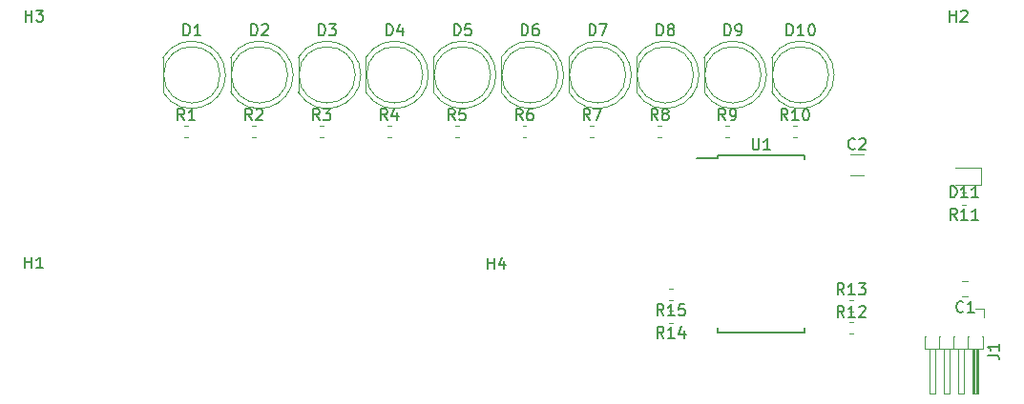
<source format=gto>
G04 #@! TF.GenerationSoftware,KiCad,Pcbnew,5.0.1*
G04 #@! TF.CreationDate,2019-01-16T19:10:27-05:00*
G04 #@! TF.ProjectId,LED PCB,4C4544205043422E6B696361645F7063,rev?*
G04 #@! TF.SameCoordinates,Original*
G04 #@! TF.FileFunction,Legend,Top*
G04 #@! TF.FilePolarity,Positive*
%FSLAX46Y46*%
G04 Gerber Fmt 4.6, Leading zero omitted, Abs format (unit mm)*
G04 Created by KiCad (PCBNEW 5.0.1) date Wed 16 Jan 2019 07:10:27 PM EST*
%MOMM*%
%LPD*%
G01*
G04 APERTURE LIST*
%ADD10C,0.150000*%
%ADD11C,0.120000*%
G04 APERTURE END LIST*
D10*
G04 #@! TO.C,U1*
X64625000Y-12125000D02*
X64625000Y-12400000D01*
X72375000Y-12125000D02*
X72375000Y-12490000D01*
X72375000Y-27875000D02*
X72375000Y-27510000D01*
X64625000Y-27875000D02*
X64625000Y-27510000D01*
X64625000Y-12125000D02*
X72375000Y-12125000D01*
X64625000Y-27875000D02*
X72375000Y-27875000D01*
X64625000Y-12400000D02*
X62800000Y-12400000D01*
D11*
G04 #@! TO.C,R15*
X60662779Y-25010000D02*
X60337221Y-25010000D01*
X60662779Y-23990000D02*
X60337221Y-23990000D01*
G04 #@! TO.C,R2*
X23337221Y-10510000D02*
X23662779Y-10510000D01*
X23337221Y-9490000D02*
X23662779Y-9490000D01*
G04 #@! TO.C,R1*
X17337221Y-9490000D02*
X17662779Y-9490000D01*
X17337221Y-10510000D02*
X17662779Y-10510000D01*
G04 #@! TO.C,R3*
X29337221Y-10510000D02*
X29662779Y-10510000D01*
X29337221Y-9490000D02*
X29662779Y-9490000D01*
G04 #@! TO.C,R4*
X35337221Y-9490000D02*
X35662779Y-9490000D01*
X35337221Y-10510000D02*
X35662779Y-10510000D01*
G04 #@! TO.C,R5*
X41337221Y-10510000D02*
X41662779Y-10510000D01*
X41337221Y-9490000D02*
X41662779Y-9490000D01*
G04 #@! TO.C,R6*
X47337221Y-9490000D02*
X47662779Y-9490000D01*
X47337221Y-10510000D02*
X47662779Y-10510000D01*
G04 #@! TO.C,R7*
X53337221Y-10510000D02*
X53662779Y-10510000D01*
X53337221Y-9490000D02*
X53662779Y-9490000D01*
G04 #@! TO.C,R8*
X59337221Y-9490000D02*
X59662779Y-9490000D01*
X59337221Y-10510000D02*
X59662779Y-10510000D01*
G04 #@! TO.C,R9*
X65337221Y-10510000D02*
X65662779Y-10510000D01*
X65337221Y-9490000D02*
X65662779Y-9490000D01*
G04 #@! TO.C,R10*
X71337221Y-9490000D02*
X71662779Y-9490000D01*
X71337221Y-10510000D02*
X71662779Y-10510000D01*
G04 #@! TO.C,R11*
X86662779Y-15490000D02*
X86337221Y-15490000D01*
X86662779Y-16510000D02*
X86337221Y-16510000D01*
G04 #@! TO.C,R12*
X76337221Y-26990000D02*
X76662779Y-26990000D01*
X76337221Y-28010000D02*
X76662779Y-28010000D01*
G04 #@! TO.C,R13*
X76337221Y-26010000D02*
X76662779Y-26010000D01*
X76337221Y-24990000D02*
X76662779Y-24990000D01*
G04 #@! TO.C,R14*
X60662779Y-27010000D02*
X60337221Y-27010000D01*
X60662779Y-25990000D02*
X60337221Y-25990000D01*
G04 #@! TO.C,C1*
X86853578Y-24710000D02*
X86336422Y-24710000D01*
X86853578Y-23290000D02*
X86336422Y-23290000D01*
G04 #@! TO.C,C2*
X76397936Y-12090000D02*
X77602064Y-12090000D01*
X76397936Y-13910000D02*
X77602064Y-13910000D01*
G04 #@! TO.C,D11*
X85700000Y-14735000D02*
X87985000Y-14735000D01*
X87985000Y-14735000D02*
X87985000Y-13265000D01*
X87985000Y-13265000D02*
X85700000Y-13265000D01*
G04 #@! TO.C,D5*
X44985000Y-4999538D02*
G75*
G02X39435000Y-6544830I-2990000J-462D01*
G01*
X44985000Y-5000462D02*
G75*
G03X39435000Y-3455170I-2990000J462D01*
G01*
X44495000Y-5000000D02*
G75*
G03X44495000Y-5000000I-2500000J0D01*
G01*
X39435000Y-3455000D02*
X39435000Y-6545000D01*
G04 #@! TO.C,J1*
X88119677Y-28210000D02*
X88195000Y-28210000D01*
X88195000Y-28210000D02*
X88195000Y-29330000D01*
X88195000Y-29330000D02*
X82995000Y-29330000D01*
X82995000Y-29330000D02*
X82995000Y-28210000D01*
X82995000Y-28210000D02*
X83070323Y-28210000D01*
X87760000Y-29330000D02*
X87760000Y-33330000D01*
X87760000Y-33330000D02*
X87240000Y-33330000D01*
X87240000Y-33330000D02*
X87240000Y-29330000D01*
X87700000Y-29330000D02*
X87700000Y-33330000D01*
X87580000Y-29330000D02*
X87580000Y-33330000D01*
X87460000Y-29330000D02*
X87460000Y-33330000D01*
X87340000Y-29330000D02*
X87340000Y-33330000D01*
X86865000Y-28210000D02*
X86865000Y-29330000D01*
X86880323Y-28210000D02*
X86849677Y-28210000D01*
X86490000Y-29330000D02*
X86490000Y-33330000D01*
X86490000Y-33330000D02*
X85970000Y-33330000D01*
X85970000Y-33330000D02*
X85970000Y-29330000D01*
X85595000Y-28210000D02*
X85595000Y-29330000D01*
X85610323Y-28210000D02*
X85579677Y-28210000D01*
X85220000Y-29330000D02*
X85220000Y-33330000D01*
X85220000Y-33330000D02*
X84700000Y-33330000D01*
X84700000Y-33330000D02*
X84700000Y-29330000D01*
X84325000Y-28210000D02*
X84325000Y-29330000D01*
X84340323Y-28210000D02*
X84309677Y-28210000D01*
X83950000Y-29330000D02*
X83950000Y-33330000D01*
X83950000Y-33330000D02*
X83430000Y-33330000D01*
X83430000Y-33330000D02*
X83430000Y-29330000D01*
X87500000Y-25740000D02*
X88260000Y-25740000D01*
X88260000Y-25740000D02*
X88260000Y-26500000D01*
G04 #@! TO.C,D2*
X26985000Y-4999538D02*
G75*
G02X21435000Y-6544830I-2990000J-462D01*
G01*
X26985000Y-5000462D02*
G75*
G03X21435000Y-3455170I-2990000J462D01*
G01*
X26495000Y-5000000D02*
G75*
G03X26495000Y-5000000I-2500000J0D01*
G01*
X21435000Y-3455000D02*
X21435000Y-6545000D01*
G04 #@! TO.C,D3*
X27435000Y-3455000D02*
X27435000Y-6545000D01*
X32495000Y-5000000D02*
G75*
G03X32495000Y-5000000I-2500000J0D01*
G01*
X32985000Y-5000462D02*
G75*
G03X27435000Y-3455170I-2990000J462D01*
G01*
X32985000Y-4999538D02*
G75*
G02X27435000Y-6544830I-2990000J-462D01*
G01*
G04 #@! TO.C,D4*
X38985000Y-4999538D02*
G75*
G02X33435000Y-6544830I-2990000J-462D01*
G01*
X38985000Y-5000462D02*
G75*
G03X33435000Y-3455170I-2990000J462D01*
G01*
X38495000Y-5000000D02*
G75*
G03X38495000Y-5000000I-2500000J0D01*
G01*
X33435000Y-3455000D02*
X33435000Y-6545000D01*
G04 #@! TO.C,D6*
X50985000Y-4999538D02*
G75*
G02X45435000Y-6544830I-2990000J-462D01*
G01*
X50985000Y-5000462D02*
G75*
G03X45435000Y-3455170I-2990000J462D01*
G01*
X50495000Y-5000000D02*
G75*
G03X50495000Y-5000000I-2500000J0D01*
G01*
X45435000Y-3455000D02*
X45435000Y-6545000D01*
G04 #@! TO.C,D7*
X51435000Y-3455000D02*
X51435000Y-6545000D01*
X56495000Y-5000000D02*
G75*
G03X56495000Y-5000000I-2500000J0D01*
G01*
X56985000Y-5000462D02*
G75*
G03X51435000Y-3455170I-2990000J462D01*
G01*
X56985000Y-4999538D02*
G75*
G02X51435000Y-6544830I-2990000J-462D01*
G01*
G04 #@! TO.C,D8*
X62985000Y-4999538D02*
G75*
G02X57435000Y-6544830I-2990000J-462D01*
G01*
X62985000Y-5000462D02*
G75*
G03X57435000Y-3455170I-2990000J462D01*
G01*
X62495000Y-5000000D02*
G75*
G03X62495000Y-5000000I-2500000J0D01*
G01*
X57435000Y-3455000D02*
X57435000Y-6545000D01*
G04 #@! TO.C,D9*
X63435000Y-3455000D02*
X63435000Y-6545000D01*
X68495000Y-5000000D02*
G75*
G03X68495000Y-5000000I-2500000J0D01*
G01*
X68985000Y-5000462D02*
G75*
G03X63435000Y-3455170I-2990000J462D01*
G01*
X68985000Y-4999538D02*
G75*
G02X63435000Y-6544830I-2990000J-462D01*
G01*
G04 #@! TO.C,D10*
X74985000Y-4999538D02*
G75*
G02X69435000Y-6544830I-2990000J-462D01*
G01*
X74985000Y-5000462D02*
G75*
G03X69435000Y-3455170I-2990000J462D01*
G01*
X74495000Y-5000000D02*
G75*
G03X74495000Y-5000000I-2500000J0D01*
G01*
X69435000Y-3455000D02*
X69435000Y-6545000D01*
G04 #@! TO.C,D1*
X15435000Y-3455000D02*
X15435000Y-6545000D01*
X20495000Y-5000000D02*
G75*
G03X20495000Y-5000000I-2500000J0D01*
G01*
X20985000Y-5000462D02*
G75*
G03X15435000Y-3455170I-2990000J462D01*
G01*
X20985000Y-4999538D02*
G75*
G02X15435000Y-6544830I-2990000J-462D01*
G01*
G04 #@! TO.C,H4*
D10*
X44238095Y-22252380D02*
X44238095Y-21252380D01*
X44238095Y-21728571D02*
X44809523Y-21728571D01*
X44809523Y-22252380D02*
X44809523Y-21252380D01*
X45714285Y-21585714D02*
X45714285Y-22252380D01*
X45476190Y-21204761D02*
X45238095Y-21919047D01*
X45857142Y-21919047D01*
G04 #@! TO.C,H2*
X85238095Y-252380D02*
X85238095Y747619D01*
X85238095Y271428D02*
X85809523Y271428D01*
X85809523Y-252380D02*
X85809523Y747619D01*
X86238095Y652380D02*
X86285714Y700000D01*
X86380952Y747619D01*
X86619047Y747619D01*
X86714285Y700000D01*
X86761904Y652380D01*
X86809523Y557142D01*
X86809523Y461904D01*
X86761904Y319047D01*
X86190476Y-252380D01*
X86809523Y-252380D01*
G04 #@! TO.C,H1*
X3213096Y-22177381D02*
X3213096Y-21177381D01*
X3213096Y-21653572D02*
X3784524Y-21653572D01*
X3784524Y-22177381D02*
X3784524Y-21177381D01*
X4784524Y-22177381D02*
X4213096Y-22177381D01*
X4498810Y-22177381D02*
X4498810Y-21177381D01*
X4403572Y-21320239D01*
X4308334Y-21415477D01*
X4213096Y-21463096D01*
G04 #@! TO.C,H3*
X3238095Y-252380D02*
X3238095Y747619D01*
X3238095Y271428D02*
X3809523Y271428D01*
X3809523Y-252380D02*
X3809523Y747619D01*
X4190476Y747619D02*
X4809523Y747619D01*
X4476190Y366666D01*
X4619047Y366666D01*
X4714285Y319047D01*
X4761904Y271428D01*
X4809523Y176190D01*
X4809523Y-61904D01*
X4761904Y-157142D01*
X4714285Y-204761D01*
X4619047Y-252380D01*
X4333333Y-252380D01*
X4238095Y-204761D01*
X4190476Y-157142D01*
G04 #@! TO.C,U1*
X67738095Y-10652380D02*
X67738095Y-11461904D01*
X67785714Y-11557142D01*
X67833333Y-11604761D01*
X67928571Y-11652380D01*
X68119047Y-11652380D01*
X68214285Y-11604761D01*
X68261904Y-11557142D01*
X68309523Y-11461904D01*
X68309523Y-10652380D01*
X69309523Y-11652380D02*
X68738095Y-11652380D01*
X69023809Y-11652380D02*
X69023809Y-10652380D01*
X68928571Y-10795238D01*
X68833333Y-10890476D01*
X68738095Y-10938095D01*
G04 #@! TO.C,R15*
X59857142Y-26382380D02*
X59523809Y-25906190D01*
X59285714Y-26382380D02*
X59285714Y-25382380D01*
X59666666Y-25382380D01*
X59761904Y-25430000D01*
X59809523Y-25477619D01*
X59857142Y-25572857D01*
X59857142Y-25715714D01*
X59809523Y-25810952D01*
X59761904Y-25858571D01*
X59666666Y-25906190D01*
X59285714Y-25906190D01*
X60809523Y-26382380D02*
X60238095Y-26382380D01*
X60523809Y-26382380D02*
X60523809Y-25382380D01*
X60428571Y-25525238D01*
X60333333Y-25620476D01*
X60238095Y-25668095D01*
X61714285Y-25382380D02*
X61238095Y-25382380D01*
X61190476Y-25858571D01*
X61238095Y-25810952D01*
X61333333Y-25763333D01*
X61571428Y-25763333D01*
X61666666Y-25810952D01*
X61714285Y-25858571D01*
X61761904Y-25953809D01*
X61761904Y-26191904D01*
X61714285Y-26287142D01*
X61666666Y-26334761D01*
X61571428Y-26382380D01*
X61333333Y-26382380D01*
X61238095Y-26334761D01*
X61190476Y-26287142D01*
G04 #@! TO.C,R2*
X23333333Y-9022380D02*
X23000000Y-8546190D01*
X22761904Y-9022380D02*
X22761904Y-8022380D01*
X23142857Y-8022380D01*
X23238095Y-8070000D01*
X23285714Y-8117619D01*
X23333333Y-8212857D01*
X23333333Y-8355714D01*
X23285714Y-8450952D01*
X23238095Y-8498571D01*
X23142857Y-8546190D01*
X22761904Y-8546190D01*
X23714285Y-8117619D02*
X23761904Y-8070000D01*
X23857142Y-8022380D01*
X24095238Y-8022380D01*
X24190476Y-8070000D01*
X24238095Y-8117619D01*
X24285714Y-8212857D01*
X24285714Y-8308095D01*
X24238095Y-8450952D01*
X23666666Y-9022380D01*
X24285714Y-9022380D01*
G04 #@! TO.C,R1*
X17333333Y-9022380D02*
X17000000Y-8546190D01*
X16761904Y-9022380D02*
X16761904Y-8022380D01*
X17142857Y-8022380D01*
X17238095Y-8070000D01*
X17285714Y-8117619D01*
X17333333Y-8212857D01*
X17333333Y-8355714D01*
X17285714Y-8450952D01*
X17238095Y-8498571D01*
X17142857Y-8546190D01*
X16761904Y-8546190D01*
X18285714Y-9022380D02*
X17714285Y-9022380D01*
X18000000Y-9022380D02*
X18000000Y-8022380D01*
X17904761Y-8165238D01*
X17809523Y-8260476D01*
X17714285Y-8308095D01*
G04 #@! TO.C,R3*
X29333333Y-9022380D02*
X29000000Y-8546190D01*
X28761904Y-9022380D02*
X28761904Y-8022380D01*
X29142857Y-8022380D01*
X29238095Y-8070000D01*
X29285714Y-8117619D01*
X29333333Y-8212857D01*
X29333333Y-8355714D01*
X29285714Y-8450952D01*
X29238095Y-8498571D01*
X29142857Y-8546190D01*
X28761904Y-8546190D01*
X29666666Y-8022380D02*
X30285714Y-8022380D01*
X29952380Y-8403333D01*
X30095238Y-8403333D01*
X30190476Y-8450952D01*
X30238095Y-8498571D01*
X30285714Y-8593809D01*
X30285714Y-8831904D01*
X30238095Y-8927142D01*
X30190476Y-8974761D01*
X30095238Y-9022380D01*
X29809523Y-9022380D01*
X29714285Y-8974761D01*
X29666666Y-8927142D01*
G04 #@! TO.C,R4*
X35333333Y-9022380D02*
X35000000Y-8546190D01*
X34761904Y-9022380D02*
X34761904Y-8022380D01*
X35142857Y-8022380D01*
X35238095Y-8070000D01*
X35285714Y-8117619D01*
X35333333Y-8212857D01*
X35333333Y-8355714D01*
X35285714Y-8450952D01*
X35238095Y-8498571D01*
X35142857Y-8546190D01*
X34761904Y-8546190D01*
X36190476Y-8355714D02*
X36190476Y-9022380D01*
X35952380Y-7974761D02*
X35714285Y-8689047D01*
X36333333Y-8689047D01*
G04 #@! TO.C,R5*
X41333333Y-9022380D02*
X41000000Y-8546190D01*
X40761904Y-9022380D02*
X40761904Y-8022380D01*
X41142857Y-8022380D01*
X41238095Y-8070000D01*
X41285714Y-8117619D01*
X41333333Y-8212857D01*
X41333333Y-8355714D01*
X41285714Y-8450952D01*
X41238095Y-8498571D01*
X41142857Y-8546190D01*
X40761904Y-8546190D01*
X42238095Y-8022380D02*
X41761904Y-8022380D01*
X41714285Y-8498571D01*
X41761904Y-8450952D01*
X41857142Y-8403333D01*
X42095238Y-8403333D01*
X42190476Y-8450952D01*
X42238095Y-8498571D01*
X42285714Y-8593809D01*
X42285714Y-8831904D01*
X42238095Y-8927142D01*
X42190476Y-8974761D01*
X42095238Y-9022380D01*
X41857142Y-9022380D01*
X41761904Y-8974761D01*
X41714285Y-8927142D01*
G04 #@! TO.C,R6*
X47333333Y-9022380D02*
X47000000Y-8546190D01*
X46761904Y-9022380D02*
X46761904Y-8022380D01*
X47142857Y-8022380D01*
X47238095Y-8070000D01*
X47285714Y-8117619D01*
X47333333Y-8212857D01*
X47333333Y-8355714D01*
X47285714Y-8450952D01*
X47238095Y-8498571D01*
X47142857Y-8546190D01*
X46761904Y-8546190D01*
X48190476Y-8022380D02*
X48000000Y-8022380D01*
X47904761Y-8070000D01*
X47857142Y-8117619D01*
X47761904Y-8260476D01*
X47714285Y-8450952D01*
X47714285Y-8831904D01*
X47761904Y-8927142D01*
X47809523Y-8974761D01*
X47904761Y-9022380D01*
X48095238Y-9022380D01*
X48190476Y-8974761D01*
X48238095Y-8927142D01*
X48285714Y-8831904D01*
X48285714Y-8593809D01*
X48238095Y-8498571D01*
X48190476Y-8450952D01*
X48095238Y-8403333D01*
X47904761Y-8403333D01*
X47809523Y-8450952D01*
X47761904Y-8498571D01*
X47714285Y-8593809D01*
G04 #@! TO.C,R7*
X53333333Y-9022380D02*
X53000000Y-8546190D01*
X52761904Y-9022380D02*
X52761904Y-8022380D01*
X53142857Y-8022380D01*
X53238095Y-8070000D01*
X53285714Y-8117619D01*
X53333333Y-8212857D01*
X53333333Y-8355714D01*
X53285714Y-8450952D01*
X53238095Y-8498571D01*
X53142857Y-8546190D01*
X52761904Y-8546190D01*
X53666666Y-8022380D02*
X54333333Y-8022380D01*
X53904761Y-9022380D01*
G04 #@! TO.C,R8*
X59333333Y-9022380D02*
X59000000Y-8546190D01*
X58761904Y-9022380D02*
X58761904Y-8022380D01*
X59142857Y-8022380D01*
X59238095Y-8070000D01*
X59285714Y-8117619D01*
X59333333Y-8212857D01*
X59333333Y-8355714D01*
X59285714Y-8450952D01*
X59238095Y-8498571D01*
X59142857Y-8546190D01*
X58761904Y-8546190D01*
X59904761Y-8450952D02*
X59809523Y-8403333D01*
X59761904Y-8355714D01*
X59714285Y-8260476D01*
X59714285Y-8212857D01*
X59761904Y-8117619D01*
X59809523Y-8070000D01*
X59904761Y-8022380D01*
X60095238Y-8022380D01*
X60190476Y-8070000D01*
X60238095Y-8117619D01*
X60285714Y-8212857D01*
X60285714Y-8260476D01*
X60238095Y-8355714D01*
X60190476Y-8403333D01*
X60095238Y-8450952D01*
X59904761Y-8450952D01*
X59809523Y-8498571D01*
X59761904Y-8546190D01*
X59714285Y-8641428D01*
X59714285Y-8831904D01*
X59761904Y-8927142D01*
X59809523Y-8974761D01*
X59904761Y-9022380D01*
X60095238Y-9022380D01*
X60190476Y-8974761D01*
X60238095Y-8927142D01*
X60285714Y-8831904D01*
X60285714Y-8641428D01*
X60238095Y-8546190D01*
X60190476Y-8498571D01*
X60095238Y-8450952D01*
G04 #@! TO.C,R9*
X65333333Y-9022380D02*
X65000000Y-8546190D01*
X64761904Y-9022380D02*
X64761904Y-8022380D01*
X65142857Y-8022380D01*
X65238095Y-8070000D01*
X65285714Y-8117619D01*
X65333333Y-8212857D01*
X65333333Y-8355714D01*
X65285714Y-8450952D01*
X65238095Y-8498571D01*
X65142857Y-8546190D01*
X64761904Y-8546190D01*
X65809523Y-9022380D02*
X66000000Y-9022380D01*
X66095238Y-8974761D01*
X66142857Y-8927142D01*
X66238095Y-8784285D01*
X66285714Y-8593809D01*
X66285714Y-8212857D01*
X66238095Y-8117619D01*
X66190476Y-8070000D01*
X66095238Y-8022380D01*
X65904761Y-8022380D01*
X65809523Y-8070000D01*
X65761904Y-8117619D01*
X65714285Y-8212857D01*
X65714285Y-8450952D01*
X65761904Y-8546190D01*
X65809523Y-8593809D01*
X65904761Y-8641428D01*
X66095238Y-8641428D01*
X66190476Y-8593809D01*
X66238095Y-8546190D01*
X66285714Y-8450952D01*
G04 #@! TO.C,R10*
X70857142Y-9022380D02*
X70523809Y-8546190D01*
X70285714Y-9022380D02*
X70285714Y-8022380D01*
X70666666Y-8022380D01*
X70761904Y-8070000D01*
X70809523Y-8117619D01*
X70857142Y-8212857D01*
X70857142Y-8355714D01*
X70809523Y-8450952D01*
X70761904Y-8498571D01*
X70666666Y-8546190D01*
X70285714Y-8546190D01*
X71809523Y-9022380D02*
X71238095Y-9022380D01*
X71523809Y-9022380D02*
X71523809Y-8022380D01*
X71428571Y-8165238D01*
X71333333Y-8260476D01*
X71238095Y-8308095D01*
X72428571Y-8022380D02*
X72523809Y-8022380D01*
X72619047Y-8070000D01*
X72666666Y-8117619D01*
X72714285Y-8212857D01*
X72761904Y-8403333D01*
X72761904Y-8641428D01*
X72714285Y-8831904D01*
X72666666Y-8927142D01*
X72619047Y-8974761D01*
X72523809Y-9022380D01*
X72428571Y-9022380D01*
X72333333Y-8974761D01*
X72285714Y-8927142D01*
X72238095Y-8831904D01*
X72190476Y-8641428D01*
X72190476Y-8403333D01*
X72238095Y-8212857D01*
X72285714Y-8117619D01*
X72333333Y-8070000D01*
X72428571Y-8022380D01*
G04 #@! TO.C,R11*
X85857142Y-17882380D02*
X85523809Y-17406190D01*
X85285714Y-17882380D02*
X85285714Y-16882380D01*
X85666666Y-16882380D01*
X85761904Y-16930000D01*
X85809523Y-16977619D01*
X85857142Y-17072857D01*
X85857142Y-17215714D01*
X85809523Y-17310952D01*
X85761904Y-17358571D01*
X85666666Y-17406190D01*
X85285714Y-17406190D01*
X86809523Y-17882380D02*
X86238095Y-17882380D01*
X86523809Y-17882380D02*
X86523809Y-16882380D01*
X86428571Y-17025238D01*
X86333333Y-17120476D01*
X86238095Y-17168095D01*
X87761904Y-17882380D02*
X87190476Y-17882380D01*
X87476190Y-17882380D02*
X87476190Y-16882380D01*
X87380952Y-17025238D01*
X87285714Y-17120476D01*
X87190476Y-17168095D01*
G04 #@! TO.C,R12*
X75857142Y-26522380D02*
X75523809Y-26046190D01*
X75285714Y-26522380D02*
X75285714Y-25522380D01*
X75666666Y-25522380D01*
X75761904Y-25570000D01*
X75809523Y-25617619D01*
X75857142Y-25712857D01*
X75857142Y-25855714D01*
X75809523Y-25950952D01*
X75761904Y-25998571D01*
X75666666Y-26046190D01*
X75285714Y-26046190D01*
X76809523Y-26522380D02*
X76238095Y-26522380D01*
X76523809Y-26522380D02*
X76523809Y-25522380D01*
X76428571Y-25665238D01*
X76333333Y-25760476D01*
X76238095Y-25808095D01*
X77190476Y-25617619D02*
X77238095Y-25570000D01*
X77333333Y-25522380D01*
X77571428Y-25522380D01*
X77666666Y-25570000D01*
X77714285Y-25617619D01*
X77761904Y-25712857D01*
X77761904Y-25808095D01*
X77714285Y-25950952D01*
X77142857Y-26522380D01*
X77761904Y-26522380D01*
G04 #@! TO.C,R13*
X75857142Y-24522380D02*
X75523809Y-24046190D01*
X75285714Y-24522380D02*
X75285714Y-23522380D01*
X75666666Y-23522380D01*
X75761904Y-23570000D01*
X75809523Y-23617619D01*
X75857142Y-23712857D01*
X75857142Y-23855714D01*
X75809523Y-23950952D01*
X75761904Y-23998571D01*
X75666666Y-24046190D01*
X75285714Y-24046190D01*
X76809523Y-24522380D02*
X76238095Y-24522380D01*
X76523809Y-24522380D02*
X76523809Y-23522380D01*
X76428571Y-23665238D01*
X76333333Y-23760476D01*
X76238095Y-23808095D01*
X77142857Y-23522380D02*
X77761904Y-23522380D01*
X77428571Y-23903333D01*
X77571428Y-23903333D01*
X77666666Y-23950952D01*
X77714285Y-23998571D01*
X77761904Y-24093809D01*
X77761904Y-24331904D01*
X77714285Y-24427142D01*
X77666666Y-24474761D01*
X77571428Y-24522380D01*
X77285714Y-24522380D01*
X77190476Y-24474761D01*
X77142857Y-24427142D01*
G04 #@! TO.C,R14*
X59857142Y-28382380D02*
X59523809Y-27906190D01*
X59285714Y-28382380D02*
X59285714Y-27382380D01*
X59666666Y-27382380D01*
X59761904Y-27430000D01*
X59809523Y-27477619D01*
X59857142Y-27572857D01*
X59857142Y-27715714D01*
X59809523Y-27810952D01*
X59761904Y-27858571D01*
X59666666Y-27906190D01*
X59285714Y-27906190D01*
X60809523Y-28382380D02*
X60238095Y-28382380D01*
X60523809Y-28382380D02*
X60523809Y-27382380D01*
X60428571Y-27525238D01*
X60333333Y-27620476D01*
X60238095Y-27668095D01*
X61666666Y-27715714D02*
X61666666Y-28382380D01*
X61428571Y-27334761D02*
X61190476Y-28049047D01*
X61809523Y-28049047D01*
G04 #@! TO.C,C1*
X86428333Y-26007142D02*
X86380714Y-26054761D01*
X86237857Y-26102380D01*
X86142619Y-26102380D01*
X85999761Y-26054761D01*
X85904523Y-25959523D01*
X85856904Y-25864285D01*
X85809285Y-25673809D01*
X85809285Y-25530952D01*
X85856904Y-25340476D01*
X85904523Y-25245238D01*
X85999761Y-25150000D01*
X86142619Y-25102380D01*
X86237857Y-25102380D01*
X86380714Y-25150000D01*
X86428333Y-25197619D01*
X87380714Y-26102380D02*
X86809285Y-26102380D01*
X87095000Y-26102380D02*
X87095000Y-25102380D01*
X86999761Y-25245238D01*
X86904523Y-25340476D01*
X86809285Y-25388095D01*
G04 #@! TO.C,C2*
X76833333Y-11537142D02*
X76785714Y-11584761D01*
X76642857Y-11632380D01*
X76547619Y-11632380D01*
X76404761Y-11584761D01*
X76309523Y-11489523D01*
X76261904Y-11394285D01*
X76214285Y-11203809D01*
X76214285Y-11060952D01*
X76261904Y-10870476D01*
X76309523Y-10775238D01*
X76404761Y-10680000D01*
X76547619Y-10632380D01*
X76642857Y-10632380D01*
X76785714Y-10680000D01*
X76833333Y-10727619D01*
X77214285Y-10727619D02*
X77261904Y-10680000D01*
X77357142Y-10632380D01*
X77595238Y-10632380D01*
X77690476Y-10680000D01*
X77738095Y-10727619D01*
X77785714Y-10822857D01*
X77785714Y-10918095D01*
X77738095Y-11060952D01*
X77166666Y-11632380D01*
X77785714Y-11632380D01*
G04 #@! TO.C,D11*
X85285714Y-15882380D02*
X85285714Y-14882380D01*
X85523809Y-14882380D01*
X85666666Y-14930000D01*
X85761904Y-15025238D01*
X85809523Y-15120476D01*
X85857142Y-15310952D01*
X85857142Y-15453809D01*
X85809523Y-15644285D01*
X85761904Y-15739523D01*
X85666666Y-15834761D01*
X85523809Y-15882380D01*
X85285714Y-15882380D01*
X86809523Y-15882380D02*
X86238095Y-15882380D01*
X86523809Y-15882380D02*
X86523809Y-14882380D01*
X86428571Y-15025238D01*
X86333333Y-15120476D01*
X86238095Y-15168095D01*
X87761904Y-15882380D02*
X87190476Y-15882380D01*
X87476190Y-15882380D02*
X87476190Y-14882380D01*
X87380952Y-15025238D01*
X87285714Y-15120476D01*
X87190476Y-15168095D01*
G04 #@! TO.C,D5*
X41256904Y-1492380D02*
X41256904Y-492380D01*
X41495000Y-492380D01*
X41637857Y-540000D01*
X41733095Y-635238D01*
X41780714Y-730476D01*
X41828333Y-920952D01*
X41828333Y-1063809D01*
X41780714Y-1254285D01*
X41733095Y-1349523D01*
X41637857Y-1444761D01*
X41495000Y-1492380D01*
X41256904Y-1492380D01*
X42733095Y-492380D02*
X42256904Y-492380D01*
X42209285Y-968571D01*
X42256904Y-920952D01*
X42352142Y-873333D01*
X42590238Y-873333D01*
X42685476Y-920952D01*
X42733095Y-968571D01*
X42780714Y-1063809D01*
X42780714Y-1301904D01*
X42733095Y-1397142D01*
X42685476Y-1444761D01*
X42590238Y-1492380D01*
X42352142Y-1492380D01*
X42256904Y-1444761D01*
X42209285Y-1397142D01*
G04 #@! TO.C,J1*
X88587380Y-29900833D02*
X89301666Y-29900833D01*
X89444523Y-29948452D01*
X89539761Y-30043690D01*
X89587380Y-30186547D01*
X89587380Y-30281785D01*
X89587380Y-28900833D02*
X89587380Y-29472261D01*
X89587380Y-29186547D02*
X88587380Y-29186547D01*
X88730238Y-29281785D01*
X88825476Y-29377023D01*
X88873095Y-29472261D01*
G04 #@! TO.C,D2*
X23256904Y-1492380D02*
X23256904Y-492380D01*
X23495000Y-492380D01*
X23637857Y-540000D01*
X23733095Y-635238D01*
X23780714Y-730476D01*
X23828333Y-920952D01*
X23828333Y-1063809D01*
X23780714Y-1254285D01*
X23733095Y-1349523D01*
X23637857Y-1444761D01*
X23495000Y-1492380D01*
X23256904Y-1492380D01*
X24209285Y-587619D02*
X24256904Y-540000D01*
X24352142Y-492380D01*
X24590238Y-492380D01*
X24685476Y-540000D01*
X24733095Y-587619D01*
X24780714Y-682857D01*
X24780714Y-778095D01*
X24733095Y-920952D01*
X24161666Y-1492380D01*
X24780714Y-1492380D01*
G04 #@! TO.C,D3*
X29256904Y-1492380D02*
X29256904Y-492380D01*
X29495000Y-492380D01*
X29637857Y-540000D01*
X29733095Y-635238D01*
X29780714Y-730476D01*
X29828333Y-920952D01*
X29828333Y-1063809D01*
X29780714Y-1254285D01*
X29733095Y-1349523D01*
X29637857Y-1444761D01*
X29495000Y-1492380D01*
X29256904Y-1492380D01*
X30161666Y-492380D02*
X30780714Y-492380D01*
X30447380Y-873333D01*
X30590238Y-873333D01*
X30685476Y-920952D01*
X30733095Y-968571D01*
X30780714Y-1063809D01*
X30780714Y-1301904D01*
X30733095Y-1397142D01*
X30685476Y-1444761D01*
X30590238Y-1492380D01*
X30304523Y-1492380D01*
X30209285Y-1444761D01*
X30161666Y-1397142D01*
G04 #@! TO.C,D4*
X35256904Y-1492380D02*
X35256904Y-492380D01*
X35495000Y-492380D01*
X35637857Y-540000D01*
X35733095Y-635238D01*
X35780714Y-730476D01*
X35828333Y-920952D01*
X35828333Y-1063809D01*
X35780714Y-1254285D01*
X35733095Y-1349523D01*
X35637857Y-1444761D01*
X35495000Y-1492380D01*
X35256904Y-1492380D01*
X36685476Y-825714D02*
X36685476Y-1492380D01*
X36447380Y-444761D02*
X36209285Y-1159047D01*
X36828333Y-1159047D01*
G04 #@! TO.C,D6*
X47256904Y-1492380D02*
X47256904Y-492380D01*
X47495000Y-492380D01*
X47637857Y-540000D01*
X47733095Y-635238D01*
X47780714Y-730476D01*
X47828333Y-920952D01*
X47828333Y-1063809D01*
X47780714Y-1254285D01*
X47733095Y-1349523D01*
X47637857Y-1444761D01*
X47495000Y-1492380D01*
X47256904Y-1492380D01*
X48685476Y-492380D02*
X48495000Y-492380D01*
X48399761Y-540000D01*
X48352142Y-587619D01*
X48256904Y-730476D01*
X48209285Y-920952D01*
X48209285Y-1301904D01*
X48256904Y-1397142D01*
X48304523Y-1444761D01*
X48399761Y-1492380D01*
X48590238Y-1492380D01*
X48685476Y-1444761D01*
X48733095Y-1397142D01*
X48780714Y-1301904D01*
X48780714Y-1063809D01*
X48733095Y-968571D01*
X48685476Y-920952D01*
X48590238Y-873333D01*
X48399761Y-873333D01*
X48304523Y-920952D01*
X48256904Y-968571D01*
X48209285Y-1063809D01*
G04 #@! TO.C,D7*
X53256904Y-1492380D02*
X53256904Y-492380D01*
X53495000Y-492380D01*
X53637857Y-540000D01*
X53733095Y-635238D01*
X53780714Y-730476D01*
X53828333Y-920952D01*
X53828333Y-1063809D01*
X53780714Y-1254285D01*
X53733095Y-1349523D01*
X53637857Y-1444761D01*
X53495000Y-1492380D01*
X53256904Y-1492380D01*
X54161666Y-492380D02*
X54828333Y-492380D01*
X54399761Y-1492380D01*
G04 #@! TO.C,D8*
X59256904Y-1492380D02*
X59256904Y-492380D01*
X59495000Y-492380D01*
X59637857Y-540000D01*
X59733095Y-635238D01*
X59780714Y-730476D01*
X59828333Y-920952D01*
X59828333Y-1063809D01*
X59780714Y-1254285D01*
X59733095Y-1349523D01*
X59637857Y-1444761D01*
X59495000Y-1492380D01*
X59256904Y-1492380D01*
X60399761Y-920952D02*
X60304523Y-873333D01*
X60256904Y-825714D01*
X60209285Y-730476D01*
X60209285Y-682857D01*
X60256904Y-587619D01*
X60304523Y-540000D01*
X60399761Y-492380D01*
X60590238Y-492380D01*
X60685476Y-540000D01*
X60733095Y-587619D01*
X60780714Y-682857D01*
X60780714Y-730476D01*
X60733095Y-825714D01*
X60685476Y-873333D01*
X60590238Y-920952D01*
X60399761Y-920952D01*
X60304523Y-968571D01*
X60256904Y-1016190D01*
X60209285Y-1111428D01*
X60209285Y-1301904D01*
X60256904Y-1397142D01*
X60304523Y-1444761D01*
X60399761Y-1492380D01*
X60590238Y-1492380D01*
X60685476Y-1444761D01*
X60733095Y-1397142D01*
X60780714Y-1301904D01*
X60780714Y-1111428D01*
X60733095Y-1016190D01*
X60685476Y-968571D01*
X60590238Y-920952D01*
G04 #@! TO.C,D9*
X65256904Y-1492380D02*
X65256904Y-492380D01*
X65495000Y-492380D01*
X65637857Y-540000D01*
X65733095Y-635238D01*
X65780714Y-730476D01*
X65828333Y-920952D01*
X65828333Y-1063809D01*
X65780714Y-1254285D01*
X65733095Y-1349523D01*
X65637857Y-1444761D01*
X65495000Y-1492380D01*
X65256904Y-1492380D01*
X66304523Y-1492380D02*
X66495000Y-1492380D01*
X66590238Y-1444761D01*
X66637857Y-1397142D01*
X66733095Y-1254285D01*
X66780714Y-1063809D01*
X66780714Y-682857D01*
X66733095Y-587619D01*
X66685476Y-540000D01*
X66590238Y-492380D01*
X66399761Y-492380D01*
X66304523Y-540000D01*
X66256904Y-587619D01*
X66209285Y-682857D01*
X66209285Y-920952D01*
X66256904Y-1016190D01*
X66304523Y-1063809D01*
X66399761Y-1111428D01*
X66590238Y-1111428D01*
X66685476Y-1063809D01*
X66733095Y-1016190D01*
X66780714Y-920952D01*
G04 #@! TO.C,D10*
X70780714Y-1492380D02*
X70780714Y-492380D01*
X71018809Y-492380D01*
X71161666Y-540000D01*
X71256904Y-635238D01*
X71304523Y-730476D01*
X71352142Y-920952D01*
X71352142Y-1063809D01*
X71304523Y-1254285D01*
X71256904Y-1349523D01*
X71161666Y-1444761D01*
X71018809Y-1492380D01*
X70780714Y-1492380D01*
X72304523Y-1492380D02*
X71733095Y-1492380D01*
X72018809Y-1492380D02*
X72018809Y-492380D01*
X71923571Y-635238D01*
X71828333Y-730476D01*
X71733095Y-778095D01*
X72923571Y-492380D02*
X73018809Y-492380D01*
X73114047Y-540000D01*
X73161666Y-587619D01*
X73209285Y-682857D01*
X73256904Y-873333D01*
X73256904Y-1111428D01*
X73209285Y-1301904D01*
X73161666Y-1397142D01*
X73114047Y-1444761D01*
X73018809Y-1492380D01*
X72923571Y-1492380D01*
X72828333Y-1444761D01*
X72780714Y-1397142D01*
X72733095Y-1301904D01*
X72685476Y-1111428D01*
X72685476Y-873333D01*
X72733095Y-682857D01*
X72780714Y-587619D01*
X72828333Y-540000D01*
X72923571Y-492380D01*
G04 #@! TO.C,D1*
X17256904Y-1492380D02*
X17256904Y-492380D01*
X17495000Y-492380D01*
X17637857Y-540000D01*
X17733095Y-635238D01*
X17780714Y-730476D01*
X17828333Y-920952D01*
X17828333Y-1063809D01*
X17780714Y-1254285D01*
X17733095Y-1349523D01*
X17637857Y-1444761D01*
X17495000Y-1492380D01*
X17256904Y-1492380D01*
X18780714Y-1492380D02*
X18209285Y-1492380D01*
X18495000Y-1492380D02*
X18495000Y-492380D01*
X18399761Y-635238D01*
X18304523Y-730476D01*
X18209285Y-778095D01*
G04 #@! TD*
M02*

</source>
